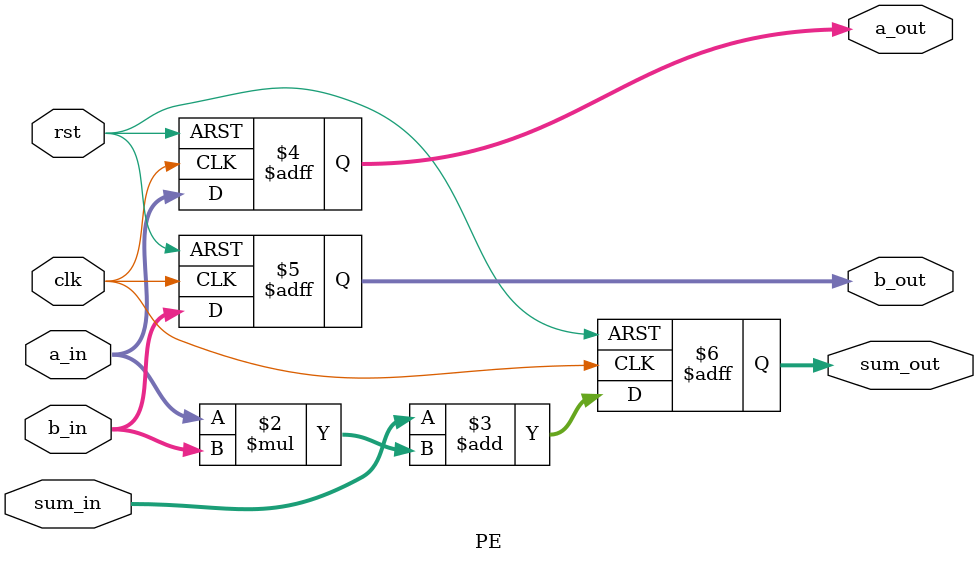
<source format=sv>
module PE #(
  parameter WIDTH = 8
)(
  input  logic clk,
  input  logic rst,
  input  logic signed [WIDTH-1:0] a_in,
  input  logic signed [WIDTH-1:0] b_in,
  input  logic signed [2*WIDTH-1:0] sum_in,
  output logic signed [WIDTH-1:0] a_out,
  output logic signed [WIDTH-1:0] b_out,
  output logic signed [2*WIDTH-1:0] sum_out
);

  always_ff @(posedge clk or posedge rst) begin
    if (rst) begin
      a_out   <= 0;
      b_out   <= 0;
      sum_out <= 0;
    end else begin
      a_out   <= a_in;
      b_out   <= b_in;
      sum_out <= sum_in + (a_in * b_in);
    end
  end

endmodule

</source>
